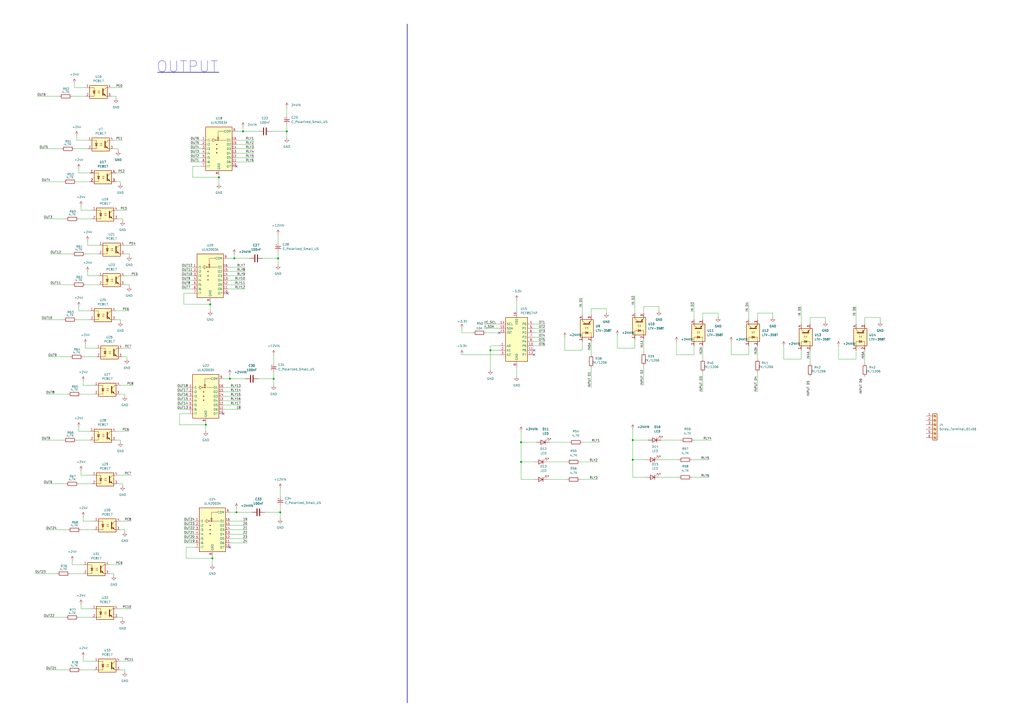
<source format=kicad_sch>
(kicad_sch (version 20250114) (generator "eeschema") (generator_version "9.0")
  (paper "A2")
  (text "OUTPUT\n" (at 108.712 38.862 0) (effects (font (size 6.35 6.35))))
  (junction (at 135.89 149.86))
  (junction (at 367.03 255.27))
  (junction (at 119.38 246.38))
  (junction (at 367.03 266.7))
  (junction (at 166.37 76.2))
  (junction (at 161.29 149.86))
  (junction (at 133.35 219.71))
  (junction (at 302.26 256.54))
  (junction (at 302.26 267.97))
  (junction (at 121.92 176.53))
  (junction (at 123.19 323.85))
  (junction (at 140.97 76.2))
  (junction (at 137.16 297.18))
  (junction (at 284.48 203.2))
  (junction (at 127 102.87))
  (junction (at 162.56 297.18))
  (junction (at 158.75 219.71))
  (no_connect (at 309.88 205.74))
  (no_connect (at 289.56 193.04))
  (no_connect (at 137.16 96.52))
  (no_connect (at 129.54 240.03))
  (no_connect (at 133.35 317.5))
  (no_connect (at 309.88 203.2))
  (no_connect (at 132.08 170.18))
  (wire (pts (xy 72.39 142.24) (xy 78.74 142.24)))
  (wire (pts (xy 137.16 294.64) (xy 137.16 297.18)))
  (wire (pts (xy 132.08 149.86) (xy 135.89 149.86)))
  (wire (pts (xy 129.54 237.49) (xy 139.7 237.49)))
  (wire (pts (xy 64.77 55.88) (xy 67.31 55.88)))
  (wire (pts (xy 132.08 160.02) (xy 142.24 160.02)))
  (wire (pts (xy 20.32 332.74) (xy 33.02 332.74)))
  (wire (pts (xy 501.65 184.15) (xy 510.54 184.15)))
  (wire (pts (xy 161.29 135.89) (xy 161.29 140.97)))
  (wire (pts (xy 129.54 232.41) (xy 139.7 232.41)))
  (wire (pts (xy 106.68 309.88) (xy 113.03 309.88)))
  (wire (pts (xy 157.48 76.2) (xy 166.37 76.2)))
  (wire (pts (xy 373.38 181.61) (xy 373.38 177.8)))
  (wire (pts (xy 129.54 219.71) (xy 133.35 219.71)))
  (wire (pts (xy 133.35 304.8) (xy 143.51 304.8)))
  (wire (pts (xy 140.97 76.2) (xy 149.86 76.2)))
  (wire (pts (xy 434.34 200.66) (xy 434.34 205.74)))
  (wire (pts (xy 66.04 332.74) (xy 66.04 334.01)))
  (wire (pts (xy 166.37 76.2) (xy 166.37 80.01)))
  (wire (pts (xy 133.35 309.88) (xy 143.51 309.88)))
  (wire (pts (xy 46.99 228.6) (xy 54.61 228.6)))
  (wire (pts (xy 133.35 219.71) (xy 142.24 219.71)))
  (wire (pts (xy 69.85 307.34) (xy 72.39 307.34)))
  (wire (pts (xy 133.35 302.26) (xy 143.51 302.26)))
  (wire (pts (xy 137.16 81.28) (xy 147.32 81.28)))
  (wire (pts (xy 302.26 250.19) (xy 302.26 256.54)))
  (wire (pts (xy 69.85 388.62) (xy 72.39 388.62)))
  (wire (pts (xy 133.35 314.96) (xy 143.51 314.96)))
  (wire (pts (xy 317.5 278.13) (xy 328.93 278.13)))
  (wire (pts (xy 129.54 227.33) (xy 139.7 227.33)))
  (wire (pts (xy 439.42 181.61) (xy 448.31 181.61)))
  (wire (pts (xy 302.26 278.13) (xy 309.88 278.13)))
  (wire (pts (xy 161.29 149.86) (xy 161.29 153.67)))
  (wire (pts (xy 309.88 198.12) (xy 316.23 198.12)))
  (wire (pts (xy 137.16 91.44) (xy 147.32 91.44)))
  (wire (pts (xy 66.04 86.36) (xy 68.58 86.36)))
  (wire (pts (xy 132.08 167.64) (xy 142.24 167.64)))
  (wire (pts (xy 127 102.87) (xy 127 106.68)))
  (wire (pts (xy 110.49 81.28) (xy 116.84 81.28)))
  (wire (pts (xy 267.97 205.74) (xy 289.56 205.74)))
  (wire (pts (xy 107.95 317.5) (xy 107.95 323.85)))
  (wire (pts (xy 110.49 83.82) (xy 116.84 83.82)))
  (wire (pts (xy 327.66 203.2) (xy 327.66 195.58)))
  (wire (pts (xy 309.88 193.04) (xy 316.23 193.04)))
  (wire (pts (xy 64.77 50.8) (xy 71.12 50.8)))
  (wire (pts (xy 26.67 307.34) (xy 39.37 307.34)))
  (wire (pts (xy 26.67 228.6) (xy 39.37 228.6)))
  (wire (pts (xy 284.48 203.2) (xy 289.56 203.2)))
  (wire (pts (xy 53.34 121.92) (xy 46.99 121.92)))
  (wire (pts (xy 52.07 250.19) (xy 45.72 250.19)))
  (wire (pts (xy 57.15 142.24) (xy 50.8 142.24)))
  (wire (pts (xy 302.26 256.54) (xy 311.15 256.54)))
  (wire (pts (xy 45.72 177.8) (xy 45.72 180.34)))
  (wire (pts (xy 337.82 172.72) (xy 337.82 182.88)))
  (wire (pts (xy 407.67 215.9) (xy 407.67 227.33)))
  (wire (pts (xy 72.39 165.1) (xy 74.93 165.1)))
  (wire (pts (xy 299.72 213.36) (xy 299.72 218.44)))
  (wire (pts (xy 133.35 217.17) (xy 133.35 219.71)))
  (wire (pts (xy 49.53 165.1) (xy 57.15 165.1)))
  (wire (pts (xy 280.67 190.5) (xy 289.56 190.5)))
  (wire (pts (xy 48.26 207.01) (xy 55.88 207.01)))
  (wire (pts (xy 116.84 96.52) (xy 111.76 96.52)))
  (wire (pts (xy 367.03 266.7) (xy 374.65 266.7)))
  (wire (pts (xy 152.4 149.86) (xy 161.29 149.86)))
  (wire (pts (xy 67.31 100.33) (xy 72.39 100.33)))
  (wire (pts (xy 382.27 266.7) (xy 393.7 266.7)))
  (wire (pts (xy 22.86 86.36) (xy 35.56 86.36)))
  (wire (pts (xy 46.99 307.34) (xy 54.61 307.34)))
  (wire (pts (xy 162.56 283.21) (xy 162.56 288.29)))
  (wire (pts (xy 41.91 325.12) (xy 41.91 327.66)))
  (wire (pts (xy 309.88 190.5) (xy 316.23 190.5)))
  (wire (pts (xy 66.04 81.28) (xy 71.12 81.28)))
  (wire (pts (xy 71.12 127) (xy 71.12 128.27)))
  (wire (pts (xy 24.13 255.27) (xy 36.83 255.27)))
  (wire (pts (xy 383.54 255.27) (xy 394.97 255.27)))
  (wire (pts (xy 67.31 250.19) (xy 74.93 250.19)))
  (wire (pts (xy 72.39 307.34) (xy 72.39 308.61)))
  (wire (pts (xy 44.45 78.74) (xy 44.45 81.28)))
  (wire (pts (xy 119.38 246.38) (xy 119.38 250.19)))
  (wire (pts (xy 439.42 215.9) (xy 439.42 227.33)))
  (wire (pts (xy 166.37 62.23) (xy 166.37 67.31)))
  (wire (pts (xy 337.82 198.12) (xy 337.82 203.2)))
  (wire (pts (xy 52.07 180.34) (xy 45.72 180.34)))
  (wire (pts (xy 336.55 278.13) (xy 346.71 278.13)))
  (wire (pts (xy 274.32 193.04) (xy 267.97 193.04)))
  (wire (pts (xy 416.56 181.61) (xy 416.56 184.15)))
  (wire (pts (xy 351.79 179.07) (xy 351.79 181.61)))
  (wire (pts (xy 106.68 304.8) (xy 113.03 304.8)))
  (wire (pts (xy 29.21 165.1) (xy 41.91 165.1)))
  (wire (pts (xy 48.26 381) (xy 48.26 383.54)))
  (wire (pts (xy 69.85 383.54) (xy 77.47 383.54)))
  (wire (pts (xy 486.41 208.28) (xy 486.41 200.66)))
  (wire (pts (xy 469.9 187.96) (xy 469.9 184.15)))
  (wire (pts (xy 48.26 327.66) (xy 41.91 327.66)))
  (wire (pts (xy 382.27 177.8) (xy 382.27 180.34)))
  (wire (pts (xy 72.39 147.32) (xy 74.93 147.32)))
  (wire (pts (xy 102.87 237.49) (xy 109.22 237.49)))
  (wire (pts (xy 105.41 154.94) (xy 111.76 154.94)))
  (wire (pts (xy 111.76 96.52) (xy 111.76 102.87)))
  (wire (pts (xy 123.19 323.85) (xy 123.19 327.66)))
  (wire (pts (xy 407.67 200.66) (xy 407.67 208.28)))
  (wire (pts (xy 158.75 215.9) (xy 158.75 219.71)))
  (wire (pts (xy 67.31 105.41) (xy 69.85 105.41)))
  (wire (pts (xy 132.08 154.94) (xy 142.24 154.94)))
  (wire (pts (xy 309.88 195.58) (xy 316.23 195.58)))
  (wire (pts (xy 69.85 255.27) (xy 69.85 256.54)))
  (wire (pts (xy 106.68 307.34) (xy 113.03 307.34)))
  (wire (pts (xy 105.41 162.56) (xy 111.76 162.56)))
  (wire (pts (xy 72.39 160.02) (xy 80.01 160.02)))
  (wire (pts (xy 69.85 228.6) (xy 72.39 228.6)))
  (wire (pts (xy 129.54 229.87) (xy 139.7 229.87)))
  (wire (pts (xy 367.03 248.92) (xy 367.03 255.27)))
  (wire (pts (xy 373.38 196.85) (xy 373.38 204.47)))
  (wire (pts (xy 469.9 203.2) (xy 469.9 210.82)))
  (wire (pts (xy 109.22 240.03) (xy 104.14 240.03)))
  (wire (pts (xy 166.37 72.39) (xy 166.37 76.2)))
  (wire (pts (xy 302.26 256.54) (xy 302.26 267.97)))
  (wire (pts (xy 48.26 220.98) (xy 48.26 223.52)))
  (wire (pts (xy 496.57 177.8) (xy 496.57 187.96)))
  (wire (pts (xy 106.68 302.26) (xy 113.03 302.26)))
  (wire (pts (xy 54.61 302.26) (xy 48.26 302.26)))
  (wire (pts (xy 137.16 297.18) (xy 146.05 297.18)))
  (wire (pts (xy 54.61 383.54) (xy 48.26 383.54)))
  (wire (pts (xy 280.67 187.96) (xy 289.56 187.96)))
  (wire (pts (xy 110.49 93.98) (xy 116.84 93.98)))
  (wire (pts (xy 501.65 203.2) (xy 501.65 210.82)))
  (wire (pts (xy 153.67 297.18) (xy 162.56 297.18)))
  (wire (pts (xy 402.59 200.66) (xy 402.59 205.74)))
  (wire (pts (xy 496.57 203.2) (xy 496.57 208.28)))
  (wire (pts (xy 105.41 160.02) (xy 111.76 160.02)))
  (wire (pts (xy 48.26 299.72) (xy 48.26 302.26)))
  (wire (pts (xy 342.9 182.88) (xy 342.9 179.07)))
  (wire (pts (xy 113.03 317.5) (xy 107.95 317.5)))
  (wire (pts (xy 162.56 293.37) (xy 162.56 297.18)))
  (wire (pts (xy 105.41 157.48) (xy 111.76 157.48)))
  (wire (pts (xy 26.67 388.62) (xy 39.37 388.62)))
  (wire (pts (xy 367.03 266.7) (xy 367.03 276.86)))
  (wire (pts (xy 317.5 267.97) (xy 328.93 267.97)))
  (wire (pts (xy 129.54 234.95) (xy 139.7 234.95)))
  (wire (pts (xy 45.72 280.67) (xy 53.34 280.67)))
  (wire (pts (xy 336.55 267.97) (xy 346.71 267.97)))
  (wire (pts (xy 45.72 97.79) (xy 45.72 100.33)))
  (wire (pts (xy 49.53 50.8) (xy 43.18 50.8)))
  (wire (pts (xy 45.72 247.65) (xy 45.72 250.19)))
  (wire (pts (xy 407.67 185.42) (xy 407.67 181.61)))
  (wire (pts (xy 121.92 175.26) (xy 121.92 176.53)))
  (wire (pts (xy 367.03 276.86) (xy 374.65 276.86)))
  (wire (pts (xy 342.9 179.07) (xy 351.79 179.07)))
  (wire (pts (xy 110.49 88.9) (xy 116.84 88.9)))
  (wire (pts (xy 106.68 170.18) (xy 106.68 176.53)))
  (wire (pts (xy 68.58 127) (xy 71.12 127)))
  (wire (pts (xy 67.31 55.88) (xy 67.31 57.15)))
  (wire (pts (xy 72.39 228.6) (xy 72.39 229.87)))
  (wire (pts (xy 137.16 76.2) (xy 140.97 76.2)))
  (wire (pts (xy 46.99 388.62) (xy 54.61 388.62)))
  (wire (pts (xy 69.85 105.41) (xy 69.85 106.68)))
  (wire (pts (xy 158.75 219.71) (xy 158.75 223.52)))
  (wire (pts (xy 72.39 388.62) (xy 72.39 389.89)))
  (wire (pts (xy 337.82 203.2) (xy 327.66 203.2)))
  (wire (pts (xy 140.97 73.66) (xy 140.97 76.2)))
  (wire (pts (xy 57.15 160.02) (xy 50.8 160.02)))
  (wire (pts (xy 464.82 208.28) (xy 454.66 208.28)))
  (wire (pts (xy 137.16 88.9) (xy 147.32 88.9)))
  (wire (pts (xy 368.3 201.93) (xy 358.14 201.93)))
  (wire (pts (xy 71.12 358.14) (xy 71.12 359.41)))
  (wire (pts (xy 50.8 157.48) (xy 50.8 160.02)))
  (wire (pts (xy 43.18 86.36) (xy 50.8 86.36)))
  (wire (pts (xy 309.88 187.96) (xy 316.23 187.96)))
  (wire (pts (xy 44.45 105.41) (xy 52.07 105.41)))
  (wire (pts (xy 27.94 207.01) (xy 40.64 207.01)))
  (wire (pts (xy 289.56 200.66) (xy 284.48 200.66)))
  (wire (pts (xy 127 101.6) (xy 127 102.87)))
  (wire (pts (xy 137.16 93.98) (xy 147.32 93.98)))
  (wire (pts (xy 50.8 139.7) (xy 50.8 142.24)))
  (wire (pts (xy 149.86 219.71) (xy 158.75 219.71)))
  (wire (pts (xy 439.42 185.42) (xy 439.42 181.61)))
  (wire (pts (xy 158.75 205.74) (xy 158.75 210.82)))
  (wire (pts (xy 102.87 234.95) (xy 109.22 234.95)))
  (wire (pts (xy 368.3 171.45) (xy 368.3 181.61)))
  (wire (pts (xy 68.58 86.36) (xy 68.58 87.63)))
  (wire (pts (xy 102.87 227.33) (xy 109.22 227.33)))
  (wire (pts (xy 104.14 240.03) (xy 104.14 246.38)))
  (wire (pts (xy 464.82 203.2) (xy 464.82 208.28)))
  (wire (pts (xy 439.42 200.66) (xy 439.42 208.28)))
  (wire (pts (xy 401.32 276.86) (xy 411.48 276.86)))
  (wire (pts (xy 129.54 224.79) (xy 139.7 224.79)))
  (wire (pts (xy 402.59 205.74) (xy 392.43 205.74)))
  (wire (pts (xy 46.99 350.52) (xy 46.99 353.06)))
  (wire (pts (xy 464.82 177.8) (xy 464.82 187.96)))
  (wire (pts (xy 478.79 184.15) (xy 478.79 186.69)))
  (wire (pts (xy 74.93 147.32) (xy 74.93 148.59)))
  (wire (pts (xy 496.57 208.28) (xy 486.41 208.28)))
  (wire (pts (xy 25.4 280.67) (xy 38.1 280.67)))
  (wire (pts (xy 373.38 177.8) (xy 382.27 177.8)))
  (wire (pts (xy 53.34 275.59) (xy 46.99 275.59)))
  (wire (pts (xy 45.72 358.14) (xy 53.34 358.14)))
  (wire (pts (xy 133.35 297.18) (xy 137.16 297.18)))
  (wire (pts (xy 110.49 91.44) (xy 116.84 91.44)))
  (wire (pts (xy 302.26 267.97) (xy 309.88 267.97)))
  (wire (pts (xy 309.88 200.66) (xy 316.23 200.66)))
  (wire (pts (xy 299.72 173.99) (xy 299.72 180.34)))
  (wire (pts (xy 105.41 167.64) (xy 111.76 167.64)))
  (wire (pts (xy 469.9 184.15) (xy 478.79 184.15)))
  (wire (pts (xy 367.03 255.27) (xy 375.92 255.27)))
  (wire (pts (xy 402.59 175.26) (xy 402.59 185.42)))
  (wire (pts (xy 73.66 207.01) (xy 73.66 208.28)))
  (wire (pts (xy 69.85 185.42) (xy 69.85 186.69)))
  (wire (pts (xy 368.3 196.85) (xy 368.3 201.93)))
  (wire (pts (xy 373.38 212.09) (xy 373.38 223.52)))
  (wire (pts (xy 132.08 162.56) (xy 142.24 162.56)))
  (wire (pts (xy 337.82 256.54) (xy 347.98 256.54)))
  (wire (pts (xy 71.12 201.93) (xy 76.2 201.93)))
  (wire (pts (xy 53.34 353.06) (xy 46.99 353.06)))
  (wire (pts (xy 40.64 332.74) (xy 48.26 332.74)))
  (wire (pts (xy 104.14 246.38) (xy 119.38 246.38)))
  (wire (pts (xy 68.58 358.14) (xy 71.12 358.14)))
  (wire (pts (xy 267.97 190.5) (xy 267.97 193.04)))
  (wire (pts (xy 382.27 276.86) (xy 393.7 276.86)))
  (wire (pts (xy 106.68 176.53) (xy 121.92 176.53)))
  (wire (pts (xy 284.48 200.66) (xy 284.48 203.2)))
  (wire (pts (xy 67.31 255.27) (xy 69.85 255.27)))
  (wire (pts (xy 135.89 147.32) (xy 135.89 149.86)))
  (wire (pts (xy 133.35 307.34) (xy 143.51 307.34)))
  (wire (pts (xy 54.61 223.52) (xy 48.26 223.52)))
  (wire (pts (xy 24.13 105.41) (xy 36.83 105.41)))
  (wire (pts (xy 121.92 176.53) (xy 121.92 180.34)))
  (wire (pts (xy 41.91 55.88) (xy 49.53 55.88)))
  (wire (pts (xy 401.32 266.7) (xy 411.48 266.7)))
  (wire (pts (xy 111.76 170.18) (xy 106.68 170.18)))
  (wire (pts (xy 510.54 184.15) (xy 510.54 186.69)))
  (wire (pts (xy 43.18 48.26) (xy 43.18 50.8)))
  (bus (pts (xy 236.22 13.97) (xy 236.22 407.67)))
  (wire (pts (xy 342.9 198.12) (xy 342.9 205.74)))
  (wire (pts (xy 424.18 205.74) (xy 424.18 198.12)))
  (wire (pts (xy 25.4 127) (xy 38.1 127)))
  (wire (pts (xy 102.87 229.87) (xy 109.22 229.87)))
  (wire (pts (xy 67.31 185.42) (xy 69.85 185.42)))
  (wire (pts (xy 119.38 245.11) (xy 119.38 246.38)))
  (wire (pts (xy 67.31 180.34) (xy 74.93 180.34)))
  (wire (pts (xy 407.67 181.61) (xy 416.56 181.61)))
  (wire (pts (xy 162.56 297.18) (xy 162.56 300.99)))
  (wire (pts (xy 123.19 322.58) (xy 123.19 323.85)))
  (wire (pts (xy 44.45 255.27) (xy 52.07 255.27)))
  (wire (pts (xy 69.85 302.26) (xy 76.2 302.26)))
  (wire (pts (xy 434.34 205.74) (xy 424.18 205.74)))
  (wire (pts (xy 68.58 353.06) (xy 76.2 353.06)))
  (wire (pts (xy 106.68 314.96) (xy 113.03 314.96)))
  (wire (pts (xy 367.03 255.27) (xy 367.03 266.7)))
  (wire (pts (xy 24.13 185.42) (xy 36.83 185.42)))
  (wire (pts (xy 102.87 232.41) (xy 109.22 232.41)))
  (wire (pts (xy 46.99 273.05) (xy 46.99 275.59)))
  (wire (pts (xy 63.5 327.66) (xy 71.12 327.66)))
  (wire (pts (xy 49.53 147.32) (xy 57.15 147.32)))
  (wire (pts (xy 74.93 165.1) (xy 74.93 166.37)))
  (wire (pts (xy 392.43 205.74) (xy 392.43 198.12)))
  (wire (pts (xy 133.35 312.42) (xy 143.51 312.42)))
  (wire (pts (xy 110.49 86.36) (xy 116.84 86.36)))
  (wire (pts (xy 21.59 55.88) (xy 34.29 55.88)))
  (wire (pts (xy 358.14 201.93) (xy 358.14 194.31)))
  (wire (pts (xy 434.34 175.26) (xy 434.34 185.42)))
  (wire (pts (xy 106.68 312.42) (xy 113.03 312.42)))
  (wire (pts (xy 137.16 83.82) (xy 147.32 83.82)))
  (wire (pts (xy 342.9 213.36) (xy 342.9 224.79)))
  (wire (pts (xy 29.21 147.32) (xy 41.91 147.32)))
  (wire (pts (xy 68.58 275.59) (xy 76.2 275.59)))
  (wire (pts (xy 68.58 121.92) (xy 73.66 121.92)))
  (wire (pts (xy 44.45 185.42) (xy 52.07 185.42)))
  (wire (pts (xy 402.59 255.27) (xy 412.75 255.27)))
  (wire (pts (xy 137.16 86.36) (xy 147.32 86.36)))
  (wire (pts (xy 50.8 81.28) (xy 44.45 81.28)))
  (wire (pts (xy 501.65 187.96) (xy 501.65 184.15)))
  (wire (pts (xy 132.08 157.48) (xy 142.24 157.48)))
  (wire (pts (xy 63.5 332.74) (xy 66.04 332.74)))
  (wire (pts (xy 49.53 199.39) (xy 49.53 201.93)))
  (wire (pts (xy 132.08 165.1) (xy 142.24 165.1)))
  (wire (pts (xy 71.12 280.67) (xy 71.12 281.94)))
  (wire (pts (xy 52.07 100.33) (xy 45.72 100.33)))
  (wire (pts (xy 102.87 224.79) (xy 109.22 224.79)))
  (wire (pts (xy 448.31 181.61) (xy 448.31 184.15)))
  (wire (pts (xy 281.94 193.04) (xy 289.56 193.04)))
  (wire (pts (xy 55.88 201.93) (xy 49.53 201.93)))
  (wire (pts (xy 25.4 358.14) (xy 38.1 358.14)))
  (wire (pts (xy 107.95 323.85) (xy 123.19 323.85)))
  (wire (pts (xy 161.29 146.05) (xy 161.29 149.86)))
  (wire (pts (xy 68.58 280.67) (xy 71.12 280.67)))
  (wire (pts (xy 284.48 203.2) (xy 284.48 214.63)))
  (wire (pts (xy 71.12 207.01) (xy 73.66 207.01)))
  (wire (pts (xy 318.77 256.54) (xy 330.2 256.54)))
  (wire (pts (xy 45.72 127) (xy 53.34 127)))
  (wire (pts (xy 111.76 102.87) (xy 127 102.87)))
  (bus (pts (xy 91.44 41.91) (xy 127 41.91)))
  (wire (pts (xy 105.41 165.1) (xy 111.76 165.1)))
  (wire (pts (xy 135.89 149.86) (xy 144.78 149.86)))
  (wire (pts (xy 69.85 223.52) (xy 77.47 223.52)))
  (wire (pts (xy 302.26 267.97) (xy 302.26 278.13)))
  (wire (pts (xy 454.66 208.28) (xy 454.66 200.66)))
  (wire (pts (xy 46.99 119.38) (xy 46.99 121.92)))
  (label "19" (at 143.51 302.26 180))
  (label "OUT9" (at 105.41 162.56 0))
  (label "PC8" (at 76.2 302.26 180))
  (label "OUT10" (at 24.13 185.42 0))
  (label "OUT23" (at 106.68 304.8 0))
  (label "PE7" (at 76.2 201.93 180))
  (label "INPUT D3" (at 407.67 227.33 90))
  (label "OUT9" (at 27.94 207.01 0))
  (label "PE8" (at 77.47 223.52 180))
  (label "IN1A" (at 373.38 201.93 90))
  (label "OUT11" (at 105.41 157.48 0))
  (label "OUT8" (at 26.67 228.6 0))
  (label "OUT5" (at 110.49 83.82 0))
  (label "II_SDA" (at 280.67 190.5 0))
  (label "OUT6" (at 25.4 280.67 0))
  (label "PC7" (at 76.2 275.59 180))
  (label "RLY3" (at 147.32 86.36 180))
  (label "PE0" (at 71.12 50.8 180))
  (label "IN3A" (at 439.42 205.74 90))
  (label "OUT5" (at 22.86 86.36 0))
  (label "IN D4" (at 434.34 175.26 270))
  (label "18" (at 139.7 237.49 180))
  (label "OUT10" (at 105.41 160.02 0))
  (label "RLY14" (at 139.7 227.33 180))
  (label "RLY13" (at 139.7 224.79 180))
  (label "OUT20" (at 106.68 312.42 0))
  (label "PC6" (at 74.93 250.19 180))
  (label "OUT8" (at 105.41 165.1 0))
  (label "IN D5" (at 464.82 177.8 270))
  (label "RLY1" (at 347.98 256.54 180))
  (label "IN D6" (at 496.57 177.8 270))
  (label "OT6" (at 316.23 200.66 180))
  (label "OUT14" (at 102.87 234.95 0))
  (label "RLY16" (at 139.7 232.41 180))
  (label "RLY2" (at 346.71 267.97 180))
  (label "RLY9" (at 142.24 160.02 180))
  (label "PE3" (at 73.66 121.92 180))
  (label "RLY6" (at 411.48 276.86 180))
  (label "IN4A" (at 469.9 208.28 90))
  (label "RLY5" (at 411.48 266.7 180))
  (label "PC10" (at 76.2 353.06 180))
  (label "RLY17" (at 139.7 234.95 180))
  (label "22" (at 143.51 309.88 180))
  (label "21" (at 143.51 307.34 180))
  (label "OUT1" (at 110.49 93.98 0))
  (label "PC9" (at 71.12 327.66 180))
  (label "OUT15" (at 102.87 232.41 0))
  (label "23" (at 143.51 312.42 180))
  (label "OUT22" (at 25.4 358.14 0))
  (label "IN D1" (at 337.82 172.72 270))
  (label "RLY7" (at 142.24 154.94 180))
  (label "OUT22" (at 106.68 307.34 0))
  (label "OUT21" (at 106.68 309.88 0))
  (label "OUT11" (at 29.21 165.1 0))
  (label "OUT12" (at 29.21 147.32 0))
  (label "IN5A" (at 501.65 208.28 90))
  (label "INPUT D4" (at 439.42 227.33 90))
  (label "OUT6" (at 21.59 55.88 0))
  (label "OT2" (at 316.23 190.5 180))
  (label "RLY1" (at 147.32 81.28 180))
  (label "RLY4" (at 147.32 88.9 180))
  (label "IN0A" (at 342.9 203.2 90))
  (label "OT5" (at 316.23 198.12 180))
  (label "OT4" (at 316.23 195.58 180))
  (label "RLY6" (at 147.32 93.98 180))
  (label "OUT21" (at 26.67 388.62 0))
  (label "IN2A" (at 407.67 205.74 90))
  (label "24" (at 143.51 314.96 180))
  (label "OUT24" (at 26.67 307.34 0))
  (label "OUT4" (at 110.49 86.36 0))
  (label "OUT24" (at 106.68 302.26 0))
  (label "OUT19" (at 106.68 314.96 0))
  (label "RLY12" (at 142.24 167.64 180))
  (label "OUT13" (at 102.87 237.49 0))
  (label "RLY8" (at 142.24 157.48 180))
  (label "PE1" (at 71.12 81.28 180))
  (label "OT3" (at 316.23 193.04 180))
  (label "INPUT D6" (at 500.38 228.6 90))
  (label "OUT3" (at 110.49 88.9 0))
  (label "PE2" (at 72.39 100.33 180))
  (label "INPUT D1" (at 342.9 224.79 90))
  (label "PE4" (at 78.74 142.24 180))
  (label "RLY2" (at 147.32 83.82 180))
  (label "OUT2" (at 110.49 91.44 0))
  (label "OT1" (at 316.23 187.96 180))
  (label "OUT7" (at 105.41 167.64 0))
  (label "IN D3" (at 402.59 175.26 270))
  (label "OUT16" (at 102.87 229.87 0))
  (label "PE6" (at 74.93 180.34 180))
  (label "OUT6" (at 110.49 81.28 0))
  (label "OUT9" (at 24.13 255.27 0))
  (label "IN D2" (at 368.3 171.45 270))
  (label "RLY10" (at 142.24 162.56 180))
  (label "RLY5" (at 147.32 91.44 180))
  (label "PE5" (at 80.01 160.02 180))
  (label "OUT17" (at 102.87 227.33 0))
  (label "INPUT D2" (at 373.38 223.52 90))
  (label "RLY4" (at 412.75 255.27 180))
  (label "IIC_SCL" (at 280.67 187.96 0))
  (label "OUT3" (at 25.4 127 0))
  (label "RLY11" (at 142.24 165.1 180))
  (label "INPUT D5" (at 469.9 229.87 90))
  (label "20" (at 143.51 304.8 180))
  (label "OUT12" (at 105.41 154.94 0))
  (label "OUT18" (at 102.87 224.79 0))
  (label "PC11" (at 77.47 383.54 180))
  (label "RLY15" (at 139.7 229.87 180))
  (label "OUT4" (at 24.13 105.41 0))
  (label "RLY3" (at 346.71 278.13 180))
  (label "OUT23" (at 20.32 332.74 0))
  (symbol (lib_id "power:GND") (at 158.75 223.52 0) (unit 1)
    (property "Reference" "#PWR0145" (effects (hide yes)))
    (property "Value" "GND" (at 158.75 228.6 0))
    (property "Description" "Power symbol creates a global label with name \"GND\" , ground" (effects (hide yes)))
  )
  (symbol (lib_id "Device:R") (at 334.01 256.54 90) (unit 1)
    (property "Reference" "R54" (at 334.01 250.19 90))
    (property "Value" "4.7K" (at 334.01 252.73 90))
    (property "Footprint" "Resistor_SMD:R_1206_3216Metric" (effects (hide yes)))
    (property "Description" "Resistor" (effects (hide yes)))
  )
  (symbol (lib_id "Transistor_Array:ULN2003A") (at 127 86.36 0) (unit 1)
    (property "Reference" "U18" (at 127 68.58 0))
    (property "Value" "ULN2003A" (at 127 71.12 0))
    (property "Footprint" "ULN2003ADE4:SOIC127P600X175-16N" (effects (hide yes)))
    (property "Datasheet" "http://www.ti.com/lit/ds/symlink/uln2003a.pdf" (effects (hide yes)))
    (property "Description" "High Voltage, High Current Darlington Transistor Arrays, SOIC16/SOIC16W/DIP16/TSSOP16" (effects (hide yes)))
  )
  (symbol (lib_id "power:VCC") (at 424.18 198.12 0) (unit 1)
    (property "Reference" "#PWR082" (effects (hide yes)))
    (property "Value" "+24VIN" (at 426.72 196.8499 0) (effects (justify left)))
    (property "Description" "Power symbol creates a global label with name \"VCC\"" (effects (hide yes)))
  )
  (symbol (lib_id "Isolator:LTV-358T") (at 370.84 189.23 90) (unit 1)
    (property "Reference" "U10" (at 375.92 187.9599 90) (effects (justify right)))
    (property "Value" "LTV-358T" (at 375.92 190.4999 90) (effects (justify right)))
    (property "Footprint" "Package_SO:SO-4_4.4x3.6mm_P2.54mm" (effects (hide yes)))
    (property "Datasheet" "http://optoelectronics.liteon.com/upload/download/DS70-2001-022/S_110_LTV-358T%2020140520.pdf" (effects (hide yes)))
    (property "Description" "DC Optocoupler, Vce 120V, CTR 50%, SO-4" (effects (hide yes)))
  )
  (symbol (lib_id "power:GND") (at 72.39 308.61 0) (unit 1)
    (property "Reference" "#PWR0131" (effects (hide yes)))
    (property "Value" "GND" (at 72.39 313.69 0))
    (property "Description" "Power symbol creates a global label with name \"GND\" , ground" (effects (hide yes)))
  )
  (symbol (lib_id "Isolator:PC817") (at 62.23 226.06 0) (unit 1)
    (property "Reference" "U27" (at 62.23 217.17 0))
    (property "Value" "PC817" (at 62.23 219.71 0))
    (property "Footprint" "Package_DIP:DIP-4_W7.62mm" (effects (hide yes)))
    (property "Datasheet" "http://www.soselectronic.cz/a_info/resource/d/pc817.pdf" (effects (hide yes)))
    (property "Description" "DC Optocoupler, Vce 35V, CTR 50-300%, DIP-4" (effects (hide yes)))
  )
  (symbol (lib_id "Isolator:PC817") (at 60.96 278.13 0) (unit 1)
    (property "Reference" "U29" (at 60.96 269.24 0))
    (property "Value" "PC817" (at 60.96 271.78 0))
    (property "Footprint" "Package_DIP:DIP-4_W7.62mm" (effects (hide yes)))
    (property "Datasheet" "http://www.soselectronic.cz/a_info/resource/d/pc817.pdf" (effects (hide yes)))
    (property "Description" "DC Optocoupler, Vce 35V, CTR 50-300%, DIP-4" (effects (hide yes)))
  )
  (symbol (lib_id "Transistor_Array:ULN2003A") (at 119.38 229.87 0) (unit 1)
    (property "Reference" "U22" (at 119.38 212.09 0))
    (property "Value" "ULN2003A" (at 119.38 214.63 0))
    (property "Footprint" "ULN2003ADE4:SOIC127P600X175-16N" (effects (hide yes)))
    (property "Datasheet" "http://www.ti.com/lit/ds/symlink/uln2003a.pdf" (effects (hide yes)))
    (property "Description" "High Voltage, High Current Darlington Transistor Arrays, SOIC16/SOIC16W/DIP16/TSSOP16" (effects (hide yes)))
  )
  (symbol (lib_id "Device:R") (at 43.18 307.34 90) (unit 1)
    (property "Reference" "R68" (at 43.434 303.022 90))
    (property "Value" "4.7K" (at 43.18 304.8 90))
    (property "Footprint" "Resistor_THT:R_Axial_DIN0614_L14.3mm_D5.7mm_P5.08mm_Vertical" (effects (hide yes)))
    (property "Description" "Resistor" (effects (hide yes)))
  )
  (symbol (lib_id "power:GND") (at 448.31 184.15 0) (unit 1)
    (property "Reference" "#PWR083" (effects (hide yes)))
    (property "Value" "GND" (at 448.31 189.23 0))
    (property "Description" "Power symbol creates a global label with name \"GND\" , ground" (effects (hide yes)))
  )
  (symbol (lib_id "power:GND") (at 119.38 250.19 0) (unit 1)
    (property "Reference" "#PWR0142" (effects (hide yes)))
    (property "Value" "GND" (at 119.38 255.27 0))
    (property "Description" "Power symbol creates a global label with name \"GND\" , ground" (effects (hide yes)))
  )
  (symbol (lib_id "Device:C_Polarized_Small_US") (at 158.75 213.36 0) (unit 1)
    (property "Reference" "C31" (at 161.29 211.6581 0) (effects (justify left)))
    (property "Value" "C_Polarized_Small_US" (at 161.29 214.1981 0) (effects (justify left)))
    (property "Footprint" "Capacitor_SMD:C_1825_4564Metric" (effects (hide yes)))
    (property "Description" "Polarized capacitor, small US symbol" (effects (hide yes)))
  )
  (symbol (lib_id "Isolator:LTV-358T") (at 436.88 193.04 90) (unit 1)
    (property "Reference" "U12" (at 441.96 191.7699 90) (effects (justify right)))
    (property "Value" "LTV-358T" (at 441.96 194.3099 90) (effects (justify right)))
    (property "Footprint" "Package_SO:SO-4_4.4x3.6mm_P2.54mm" (effects (hide yes)))
    (property "Datasheet" "http://optoelectronics.liteon.com/upload/download/DS70-2001-022/S_110_LTV-358T%2020140520.pdf" (effects (hide yes)))
    (property "Description" "DC Optocoupler, Vce 120V, CTR 50%, SO-4" (effects (hide yes)))
  )
  (symbol (lib_id "power:GND") (at 162.56 300.99 0) (unit 1)
    (property "Reference" "#PWR0153" (effects (hide yes)))
    (property "Value" "GND" (at 162.56 306.07 0))
    (property "Description" "Power symbol creates a global label with name \"GND\" , ground" (effects (hide yes)))
  )
  (symbol (lib_id "Device:R") (at 44.45 207.01 90) (unit 1)
    (property "Reference" "R64" (at 44.704 202.692 90))
    (property "Value" "4.7K" (at 44.45 204.47 90))
    (property "Footprint" "Resistor_THT:R_Axial_DIN0614_L14.3mm_D5.7mm_P5.08mm_Vertical" (effects (hide yes)))
    (property "Description" "Resistor" (effects (hide yes)))
  )
  (symbol (lib_id "Device:LED") (at 379.73 255.27 180) (unit 1)
    (property "Reference" "D16" (at 381.3175 247.65 0))
    (property "Value" "LED" (at 381.3175 250.19 0))
    (property "Footprint" "LED_SMD:LED_Cree-XP" (effects (hide yes)))
    (property "Description" "Light emitting diode" (effects (hide yes)))
    (property "Sim.Pins" "1=K 2=A" (effects (hide yes)))
  )
  (symbol (lib_id "power:+24V") (at 43.18 48.26 0) (unit 1)
    (property "Reference" "#PWR070" (effects (hide yes)))
    (property "Value" "+24V" (at 43.18 43.18 0))
    (property "Description" "Power symbol creates a global label with name \"+24V\"" (effects (hide yes)))
  )
  (symbol (lib_id "Isolator:LTV-358T") (at 499.11 195.58 90) (unit 1)
    (property "Reference" "U14" (at 504.19 194.3099 90) (effects (justify right)))
    (property "Value" "LTV-358T" (at 504.19 196.8499 90) (effects (justify right)))
    (property "Footprint" "Package_SO:SO-4_4.4x3.6mm_P2.54mm" (effects (hide yes)))
    (property "Datasheet" "http://optoelectronics.liteon.com/upload/download/DS70-2001-022/S_110_LTV-358T%2020140520.pdf" (effects (hide yes)))
    (property "Description" "DC Optocoupler, Vce 120V, CTR 50%, SO-4" (effects (hide yes)))
  )
  (symbol (lib_id "power:+12V") (at 162.56 283.21 0) (unit 1)
    (property "Reference" "#PWR0152" (effects (hide yes)))
    (property "Value" "+12VIN" (at 162.56 278.13 0))
    (property "Description" "Power symbol creates a global label with name \"+12V\"" (effects (hide yes)))
  )
  (symbol (lib_id "Device:LED") (at 378.46 266.7 180) (unit 1)
    (property "Reference" "D14" (at 380.0475 259.08 0))
    (property "Value" "LED" (at 380.0475 261.62 0))
    (property "Footprint" "LED_SMD:LED_Cree-XP" (effects (hide yes)))
    (property "Description" "Light emitting diode" (effects (hide yes)))
    (property "Sim.Pins" "1=K 2=A" (effects (hide yes)))
  )
  (symbol (lib_id "Device:R") (at 45.72 147.32 90) (unit 1)
    (property "Reference" "R61" (at 45.974 143.002 90))
    (property "Value" "4.7K" (at 45.72 144.78 90))
    (property "Footprint" "Resistor_THT:R_Axial_DIN0614_L14.3mm_D5.7mm_P5.08mm_Vertical" (effects (hide yes)))
    (property "Description" "Resistor" (effects (hide yes)))
  )
  (symbol (lib_id "Device:R") (at 332.74 278.13 90) (unit 1)
    (property "Reference" "R56" (at 332.74 271.78 90))
    (property "Value" "4.7K" (at 332.74 274.32 90))
    (property "Footprint" "Resistor_SMD:R_1206_3216Metric" (effects (hide yes)))
    (property "Description" "Resistor" (effects (hide yes)))
  )
  (symbol (lib_id "power:GND") (at 74.93 148.59 0) (unit 1)
    (property "Reference" "#PWR0124" (effects (hide yes)))
    (property "Value" "GND" (at 74.93 153.67 0))
    (property "Description" "Power symbol creates a global label with name \"GND\" , ground" (effects (hide yes)))
  )
  (symbol (lib_id "Device:R") (at 45.72 165.1 90) (unit 1)
    (property "Reference" "R62" (at 45.974 160.782 90))
    (property "Value" "4.7K" (at 45.72 162.56 90))
    (property "Footprint" "Resistor_THT:R_Axial_DIN0614_L14.3mm_D5.7mm_P5.08mm_Vertical" (effects (hide yes)))
    (property "Description" "Resistor" (effects (hide yes)))
  )
  (symbol (lib_id "Device:C") (at 146.05 219.71 90) (unit 1)
    (property "Reference" "C30" (at 146.05 212.09 90))
    (property "Value" "100nF" (at 146.05 214.63 90))
    (property "Footprint" "Capacitor_Tantalum_SMD:CP_EIA-3216-18_Kemet-A" (effects (hide yes)))
    (property "Description" "Unpolarized capacitor" (effects (hide yes)))
  )
  (symbol (lib_id "power:+24V") (at 48.26 299.72 0) (unit 1)
    (property "Reference" "#PWR097" (effects (hide yes)))
    (property "Value" "+24V" (at 48.26 294.64 0))
    (property "Description" "Power symbol creates a global label with name \"+24V\"" (effects (hide yes)))
  )
  (symbol (lib_id "Isolator:PC817") (at 64.77 162.56 0) (unit 1)
    (property "Reference" "U23" (at 64.77 153.67 0))
    (property "Value" "PC817" (at 64.77 156.21 0))
    (property "Footprint" "Package_DIP:DIP-4_W7.62mm" (effects (hide yes)))
    (property "Datasheet" "http://www.soselectronic.cz/a_info/resource/d/pc817.pdf" (effects (hide yes)))
    (property "Description" "DC Optocoupler, Vce 35V, CTR 50-300%, DIP-4" (effects (hide yes)))
  )
  (symbol (lib_id "Isolator:PC817") (at 59.69 182.88 0) (unit 1)
    (property "Reference" "U25" (at 59.69 173.99 0))
    (property "Value" "PC817" (at 59.69 176.53 0))
    (property "Footprint" "Package_DIP:DIP-4_W7.62mm" (effects (hide yes)))
    (property "Datasheet" "http://www.soselectronic.cz/a_info/resource/d/pc817.pdf" (effects (hide yes)))
    (property "Description" "DC Optocoupler, Vce 35V, CTR 50-300%, DIP-4" (effects (hide yes)))
  )
  (symbol (lib_id "Device:R") (at 439.42 212.09 0) (unit 1)
    (property "Reference" "R41" (at 443.738 210.566 0))
    (property "Value" "2K/1206" (at 444.246 212.852 0))
    (property "Footprint" "Resistor_SMD:R_1206_3216Metric" (effects (hide yes)))
    (property "Description" "Resistor" (effects (hide yes)))
  )
  (symbol (lib_id "Connector:Screw_Terminal_01x06") (at 542.29 246.38 0) (unit 1)
    (property "Reference" "J4" (at 544.83 246.3799 0) (effects (justify left)))
    (property "Value" "Screw_Terminal_01x06" (at 544.83 248.9199 0) (effects (justify left)))
    (property "Description" "Generic screw terminal, single row, 01x06, script generated (kicad-library-utils/schlib/autogen/connector/)" (effects (hide yes)))
  )
  (symbol (lib_id "Transistor_Array:ULN2003A") (at 123.19 307.34 0) (unit 1)
    (property "Reference" "U24" (at 123.19 289.56 0))
    (property "Value" "ULN2003A" (at 123.19 292.1 0))
    (property "Footprint" "ULN2003ADE4:SOIC127P600X175-16N" (effects (hide yes)))
    (property "Datasheet" "http://www.ti.com/lit/ds/symlink/uln2003a.pdf" (effects (hide yes)))
    (property "Description" "High Voltage, High Current Darlington Transistor Arrays, SOIC16/SOIC16W/DIP16/TSSOP16" (effects (hide yes)))
  )
  (symbol (lib_id "power:VCC") (at 392.43 198.12 0) (unit 1)
    (property "Reference" "#PWR080" (effects (hide yes)))
    (property "Value" "+24VIN" (at 394.97 196.8499 0) (effects (justify left)))
    (property "Description" "Power symbol creates a global label with name \"VCC\"" (effects (hide yes)))
  )
  (symbol (lib_id "Isolator:PC817") (at 60.96 355.6 0) (unit 1)
    (property "Reference" "U32" (at 60.96 346.71 0))
    (property "Value" "PC817" (at 60.96 349.25 0))
    (property "Footprint" "Package_DIP:DIP-4_W7.62mm" (effects (hide yes)))
    (property "Datasheet" "http://www.soselectronic.cz/a_info/resource/d/pc817.pdf" (effects (hide yes)))
    (property "Description" "DC Optocoupler, Vce 35V, CTR 50-300%, DIP-4" (effects (hide yes)))
  )
  (symbol (lib_id "Isolator:PC817") (at 62.23 386.08 0) (unit 1)
    (property "Reference" "U33" (at 62.23 377.19 0))
    (property "Value" "PC817" (at 62.23 379.73 0))
    (property "Footprint" "Package_DIP:DIP-4_W7.62mm" (effects (hide yes)))
    (property "Datasheet" "http://www.soselectronic.cz/a_info/resource/d/pc817.pdf" (effects (hide yes)))
    (property "Description" "DC Optocoupler, Vce 35V, CTR 50-300%, DIP-4" (effects (hide yes)))
  )
  (symbol (lib_id "power:+24V") (at 45.72 247.65 0) (unit 1)
    (property "Reference" "#PWR095" (effects (hide yes)))
    (property "Value" "+24V" (at 45.72 242.57 0))
    (property "Description" "Power symbol creates a global label with name \"+24V\"" (effects (hide yes)))
  )
  (symbol (lib_id "Device:R") (at 469.9 214.63 0) (unit 1)
    (property "Reference" "R42" (at 474.218 213.106 0))
    (property "Value" "2K/1206" (at 474.726 215.392 0))
    (property "Footprint" "Resistor_SMD:R_1206_3216Metric" (effects (hide yes)))
    (property "Description" "Resistor" (effects (hide yes)))
  )
  (symbol (lib_id "Device:R") (at 373.38 208.28 0) (unit 1)
    (property "Reference" "R39" (at 377.698 206.756 0))
    (property "Value" "2K/1206" (at 378.206 209.042 0))
    (property "Footprint" "Resistor_SMD:R_1206_3216Metric" (effects (hide yes)))
    (property "Description" "Resistor" (effects (hide yes)))
  )
  (symbol (lib_id "power:GND") (at 351.79 181.61 0) (unit 1)
    (property "Reference" "#PWR076" (effects (hide yes)))
    (property "Value" "GND" (at 351.79 186.69 0))
    (property "Description" "Power symbol creates a global label with name \"GND\" , ground" (effects (hide yes)))
  )
  (symbol (lib_id "Device:R") (at 501.65 214.63 0) (unit 1)
    (property "Reference" "R43" (at 505.968 213.106 0))
    (property "Value" "2K/1206" (at 506.476 215.392 0))
    (property "Footprint" "Resistor_SMD:R_1206_3216Metric" (effects (hide yes)))
    (property "Description" "Resistor" (effects (hide yes)))
  )
  (symbol (lib_id "Isolator:PC817") (at 59.69 102.87 0) (unit 1)
    (property "Reference" "U17" (at 59.69 93.98 0))
    (property "Value" "PC817" (at 59.69 96.52 0))
    (property "Footprint" "Package_DIP:DIP-4_W7.62mm" (effects (hide yes)))
    (property "Datasheet" "http://www.soselectronic.cz/a_info/resource/d/pc817.pdf" (effects (hide yes)))
    (property "Description" "DC Optocoupler, Vce 35V, CTR 50-300%, DIP-4" (effects (hide yes)))
  )
  (symbol (lib_id "power:GND") (at 71.12 281.94 0) (unit 1)
    (property "Reference" "#PWR0130" (effects (hide yes)))
    (property "Value" "GND" (at 71.12 287.02 0))
    (property "Description" "Power symbol creates a global label with name \"GND\" , ground" (effects (hide yes)))
  )
  (symbol (lib_id "Device:R") (at 41.91 127 90) (unit 1)
    (property "Reference" "R60" (at 42.164 122.682 90))
    (property "Value" "4.7K" (at 41.91 124.46 90))
    (property "Footprint" "Resistor_THT:R_Axial_DIN0614_L14.3mm_D5.7mm_P5.08mm_Vertical" (effects (hide yes)))
    (property "Description" "Resistor" (effects (hide yes)))
  )
  (symbol (lib_id "Isolator:PC817") (at 55.88 330.2 0) (unit 1)
    (property "Reference" "U31" (at 55.88 321.31 0))
    (property "Value" "PC817" (at 55.88 323.85 0))
    (property "Footprint" "Package_DIP:DIP-4_W7.62mm" (effects (hide yes)))
    (property "Datasheet" "http://www.soselectronic.cz/a_info/resource/d/pc817.pdf" (effects (hide yes)))
    (property "Description" "DC Optocoupler, Vce 35V, CTR 50-300%, DIP-4" (effects (hide yes)))
  )
  (symbol (lib_id "Device:R") (at 278.13 193.04 90) (unit 1)
    (property "Reference" "R50" (at 278.384 187.706 90))
    (property "Value" "10K" (at 278.13 190.5 90))
    (property "Footprint" "Resistor_THT:R_Axial_DIN0614_L14.3mm_D5.7mm_P5.08mm_Vertical" (effects (hide yes)))
    (property "Description" "Resistor" (effects (hide yes)))
  )
  (symbol (lib_id "Device:R") (at 40.64 255.27 90) (unit 1)
    (property "Reference" "R66" (at 40.894 250.952 90))
    (property "Value" "4.7K" (at 40.64 252.73 90))
    (property "Footprint" "Resistor_THT:R_Axial_DIN0614_L14.3mm_D5.7mm_P5.08mm_Vertical" (effects (hide yes)))
    (property "Description" "Resistor" (effects (hide yes)))
  )
  (symbol (lib_id "Device:LED") (at 313.69 278.13 180) (unit 1)
    (property "Reference" "D13" (at 315.2775 270.51 0))
    (property "Value" "LED" (at 315.2775 273.05 0))
    (property "Footprint" "LED_SMD:LED_Cree-XP" (effects (hide yes)))
    (property "Description" "Light emitting diode" (effects (hide yes)))
    (property "Sim.Pins" "1=K 2=A" (effects (hide yes)))
  )
  (symbol (lib_id "Device:LED") (at 378.46 276.86 180) (unit 1)
    (property "Reference" "D15" (at 380.0475 269.24 0))
    (property "Value" "LED" (at 380.0475 271.78 0))
    (property "Footprint" "LED_SMD:LED_Cree-XP" (effects (hide yes)))
    (property "Description" "Light emitting diode" (effects (hide yes)))
    (property "Sim.Pins" "1=K 2=A" (effects (hide yes)))
  )
  (symbol (lib_id "Device:R") (at 41.91 358.14 90) (unit 1)
    (property "Reference" "R77" (at 42.164 353.822 90))
    (property "Value" "4.7K" (at 41.91 355.6 90))
    (property "Footprint" "Resistor_THT:R_Axial_DIN0614_L14.3mm_D5.7mm_P5.08mm_Vertical" (effects (hide yes)))
    (property "Description" "Resistor" (effects (hide yes)))
  )
  (symbol (lib_id "Device:R") (at 38.1 55.88 90) (unit 1)
    (property "Reference" "R52" (at 38.354 51.562 90))
    (property "Value" "4.7K" (at 38.1 53.34 90))
    (property "Footprint" "Resistor_THT:R_Axial_DIN0614_L14.3mm_D5.7mm_P5.08mm_Vertical" (effects (hide yes)))
    (property "Description" "Resistor" (effects (hide yes)))
  )
  (symbol (lib_id "power:GND") (at 123.19 327.66 0) (unit 1)
    (property "Reference" "#PWR0150" (effects (hide yes)))
    (property "Value" "GND" (at 123.19 332.74 0))
    (property "Description" "Power symbol creates a global label with name \"GND\" , ground" (effects (hide yes)))
  )
  (symbol (lib_id "power:+24V") (at 46.99 273.05 0) (unit 1)
    (property "Reference" "#PWR096" (effects (hide yes)))
    (property "Value" "+24V" (at 46.99 267.97 0))
    (property "Description" "Power symbol creates a global label with name \"+24V\"" (effects (hide yes)))
  )
  (symbol (lib_id "Device:R") (at 43.18 228.6 90) (unit 1)
    (property "Reference" "R65" (at 43.434 224.282 90))
    (property "Value" "4.7K" (at 43.18 226.06 90))
    (property "Footprint" "Resistor_THT:R_Axial_DIN0614_L14.3mm_D5.7mm_P5.08mm_Vertical" (effects (hide yes)))
    (property "Description" "Resistor" (effects (hide yes)))
  )
  (symbol (lib_id "power:GND") (at 72.39 229.87 0) (unit 1)
    (property "Reference" "#PWR0128" (effects (hide yes)))
    (property "Value" "GND" (at 72.39 234.95 0))
    (property "Description" "Power symbol creates a global label with name \"GND\" , ground" (effects (hide yes)))
  )
  (symbol (lib_id "power:GND") (at 69.85 186.69 0) (unit 1)
    (property "Reference" "#PWR0126" (effects (hide yes)))
    (property "Value" "GND" (at 69.85 191.77 0))
    (property "Description" "Power symbol creates a global label with name \"GND\" , ground" (effects (hide yes)))
  )
  (symbol (lib_id "power:+3.3V") (at 267.97 205.74 0) (unit 1)
    (property "Reference" "#PWR093" (effects (hide yes)))
    (property "Value" "+3.3V" (at 267.97 200.66 0))
    (property "Description" "Power symbol creates a global label with name \"+3.3V\"" (effects (hide yes)))
  )
  (symbol (lib_id "power:+24V") (at 46.99 350.52 0) (unit 1)
    (property "Reference" "#PWR099" (effects (hide yes)))
    (property "Value" "+24V" (at 46.99 345.44 0))
    (property "Description" "Power symbol creates a global label with name \"+24V\"" (effects (hide yes)))
  )
  (symbol (lib_id "power:GND") (at 121.92 180.34 0) (unit 1)
    (property "Reference" "#PWR0134" (effects (hide yes)))
    (property "Value" "GND" (at 121.92 185.42 0))
    (property "Description" "Power symbol creates a global label with name \"GND\" , ground" (effects (hide yes)))
  )
  (symbol (lib_id "Device:R") (at 397.51 276.86 90) (unit 1)
    (property "Reference" "R58" (at 397.51 270.51 90))
    (property "Value" "4.7K" (at 397.51 273.05 90))
    (property "Footprint" "Resistor_SMD:R_1206_3216Metric" (effects (hide yes)))
    (property "Description" "Resistor" (effects (hide yes)))
  )
  (symbol (lib_id "power:VCC") (at 454.66 200.66 0) (unit 1)
    (property "Reference" "#PWR084" (effects (hide yes)))
    (property "Value" "+24VIN" (at 457.2 199.3899 0) (effects (justify left)))
    (property "Description" "Power symbol creates a global label with name \"VCC\"" (effects (hide yes)))
  )
  (symbol (lib_id "power:+12V") (at 140.97 73.66 0) (unit 1)
    (property "Reference" "#PWR0116" (effects (hide yes)))
    (property "Value" "24VIN" (at 143.51 72.3899 0) (effects (justify left)))
    (property "Description" "Power symbol creates a global label with name \"+12V\"" (effects (hide yes)))
  )
  (symbol (lib_id "power:+12V") (at 367.03 248.92 0) (unit 1)
    (property "Reference" "#PWR0104" (effects (hide yes)))
    (property "Value" "+24VIN" (at 369.57 247.6499 0) (effects (justify left)))
    (property "Description" "Power symbol creates a global label with name \"+12V\"" (effects (hide yes)))
  )
  (symbol (lib_id "Isolator:PC817") (at 64.77 144.78 0) (unit 1)
    (property "Reference" "U21" (at 64.77 135.89 0))
    (property "Value" "PC817" (at 64.77 138.43 0))
    (property "Footprint" "Package_DIP:DIP-4_W7.62mm" (effects (hide yes)))
    (property "Datasheet" "http://www.soselectronic.cz/a_info/resource/d/pc817.pdf" (effects (hide yes)))
    (property "Description" "DC Optocoupler, Vce 35V, CTR 50-300%, DIP-4" (effects (hide yes)))
  )
  (symbol (lib_id "power:GND") (at 68.58 87.63 0) (unit 1)
    (property "Reference" "#PWR0120" (effects (hide yes)))
    (property "Value" "GND" (at 68.58 92.71 0))
    (property "Description" "Power symbol creates a global label with name \"GND\" , ground" (effects (hide yes)))
  )
  (symbol (lib_id "power:+24V") (at 46.99 119.38 0) (unit 1)
    (property "Reference" "#PWR072" (effects (hide yes)))
    (property "Value" "+24V" (at 46.99 114.3 0))
    (property "Description" "Power symbol creates a global label with name \"+24V\"" (effects (hide yes)))
  )
  (symbol (lib_id "Interface_Expansion:PCF8574P") (at 299.72 195.58 0) (unit 1)
    (property "Reference" "U15" (at 301.8633 179.07 0) (effects (justify left)))
    (property "Value" "PCF8574P" (at 301.8633 181.61 0) (effects (justify left)))
    (property "Footprint" "Package_DIP:DIP-16_W7.62mm" (effects (hide yes)))
    (property "Datasheet" "http://www.nxp.com/docs/en/data-sheet/PCF8574_PCF8574A.pdf" (effects (hide yes)))
    (property "Description" "8 Bit Port/Expander to I2C Bus, fixed address bits 0b0100, DIP-16" (effects (hide yes)))
  )
  (symbol (lib_id "Isolator:PC817") (at 63.5 204.47 0) (unit 1)
    (property "Reference" "U26" (at 63.5 195.58 0))
    (property "Value" "PC817" (at 63.5 198.12 0))
    (property "Footprint" "Package_DIP:DIP-4_W7.62mm" (effects (hide yes)))
    (property "Datasheet" "http://www.soselectronic.cz/a_info/resource/d/pc817.pdf" (effects (hide yes)))
    (property "Description" "DC Optocoupler, Vce 35V, CTR 50-300%, DIP-4" (effects (hide yes)))
  )
  (symbol (lib_id "power:GND") (at 67.31 57.15 0) (unit 1)
    (property "Reference" "#PWR0121" (effects (hide yes)))
    (property "Value" "GND" (at 67.31 62.23 0))
    (property "Description" "Power symbol creates a global label with name \"GND\" , ground" (effects (hide yes)))
  )
  (symbol (lib_id "power:GND") (at 71.12 128.27 0) (unit 1)
    (property "Reference" "#PWR0123" (effects (hide yes)))
    (property "Value" "GND" (at 71.12 133.35 0))
    (property "Description" "Power symbol creates a global label with name \"GND\" , ground" (effects (hide yes)))
  )
  (symbol (lib_id "Isolator:LTV-358T") (at 467.36 195.58 90) (unit 1)
    (property "Reference" "U13" (at 472.44 194.3099 90) (effects (justify right)))
    (property "Value" "LTV-358T" (at 472.44 196.8499 90) (effects (justify right)))
    (property "Footprint" "Package_SO:SO-4_4.4x3.6mm_P2.54mm" (effects (hide yes)))
    (property "Datasheet" "http://optoelectronics.liteon.com/upload/download/DS70-2001-022/S_110_LTV-358T%2020140520.pdf" (effects (hide yes)))
    (property "Description" "DC Optocoupler, Vce 120V, CTR 50%, SO-4" (effects (hide yes)))
  )
  (symbol (lib_id "Isolator:PC817") (at 57.15 53.34 0) (unit 1)
    (property "Reference" "U16" (at 57.15 44.45 0))
    (property "Value" "PC817" (at 57.15 46.99 0))
    (property "Footprint" "Package_DIP:DIP-4_W7.62mm" (effects (hide yes)))
    (property "Datasheet" "http://www.soselectronic.cz/a_info/resource/d/pc817.pdf" (effects (hide yes)))
    (property "Description" "DC Optocoupler, Vce 35V, CTR 50-300%, DIP-4" (effects (hide yes)))
  )
  (symbol (lib_id "Device:R") (at 332.74 267.97 90) (unit 1)
    (property "Reference" "R55" (at 332.74 261.62 90))
    (property "Value" "4.7K" (at 332.74 264.16 90))
    (property "Footprint" "Resistor_SMD:R_1206_3216Metric" (effects (hide yes)))
    (property "Description" "Resistor" (effects (hide yes)))
  )
  (symbol (lib_id "power:+3.3V") (at 299.72 173.99 0) (unit 1)
    (property "Reference" "#PWR089" (effects (hide yes)))
    (property "Value" "-3.3V" (at 299.72 168.91 0))
    (property "Description" "Power symbol creates a global label with name \"+3.3V\"" (effects (hide yes)))
  )
  (symbol (lib_id "power:GND") (at 510.54 186.69 0) (unit 1)
    (property "Reference" "#PWR087" (effects (hide yes)))
    (property "Value" "GND" (at 510.54 191.77 0))
    (property "Description" "Power symbol creates a global label with name \"GND\" , ground" (effects (hide yes)))
  )
  (symbol (lib_id "power:+12V") (at 166.37 62.23 0) (unit 1)
    (property "Reference" "#PWR0117" (effects (hide yes)))
    (property "Value" "24VIN" (at 168.91 60.9599 0) (effects (justify left)))
    (property "Description" "Power symbol creates a global label with name \"+12V\"" (effects (hide yes)))
  )
  (symbol (lib_id "Device:R") (at 407.67 212.09 0) (unit 1)
    (property "Reference" "R40" (at 411.988 210.566 0))
    (property "Value" "2K/1206" (at 412.496 212.852 0))
    (property "Footprint" "Resistor_SMD:R_1206_3216Metric" (effects (hide yes)))
    (property "Description" "Resistor" (effects (hide yes)))
  )
  (symbol (lib_id "power:GND") (at 66.04 334.01 0) (unit 1)
    (property "Reference" "#PWR0132" (effects (hide yes)))
    (property "Value" "GND" (at 66.04 339.09 0))
    (property "Description" "Power symbol creates a global label with name \"GND\" , ground" (effects (hide yes)))
  )
  (symbol (lib_id "power:GND") (at 416.56 184.15 0) (unit 1)
    (property "Reference" "#PWR081" (effects (hide yes)))
    (property "Value" "GND" (at 416.56 189.23 0))
    (property "Description" "Power symbol creates a global label with name \"GND\" , ground" (effects (hide yes)))
  )
  (symbol (lib_id "power:VCC") (at 486.41 200.66 0) (unit 1)
    (property "Reference" "#PWR086" (effects (hide yes)))
    (property "Value" "+24VIN" (at 488.95 199.3899 0) (effects (justify left)))
    (property "Description" "Power symbol creates a global label with name \"VCC\"" (effects (hide yes)))
  )
  (symbol (lib_id "power:+24V") (at 45.72 177.8 0) (unit 1)
    (property "Reference" "#PWR075" (effects (hide yes)))
    (property "Value" "+24V" (at 45.72 172.72 0))
    (property "Description" "Power symbol creates a global label with name \"+24V\"" (effects (hide yes)))
  )
  (symbol (lib_id "Transistor_Array:ULN2003A") (at 121.92 160.02 0) (unit 1)
    (property "Reference" "U20" (at 121.92 142.24 0))
    (property "Value" "ULN2003A" (at 121.92 144.78 0))
    (property "Footprint" "ULN2003ADE4:SOIC127P600X175-16N" (effects (hide yes)))
    (property "Datasheet" "http://www.ti.com/lit/ds/symlink/uln2003a.pdf" (effects (hide yes)))
    (property "Description" "High Voltage, High Current Darlington Transistor Arrays, SOIC16/SOIC16W/DIP16/TSSOP16" (effects (hide yes)))
  )
  (symbol (lib_id "power:GND") (at 161.29 153.67 0) (unit 1)
    (property "Reference" "#PWR0137" (effects (hide yes)))
    (property "Value" "GND" (at 161.29 158.75 0))
    (property "Description" "Power symbol creates a global label with name \"GND\" , ground" (effects (hide yes)))
  )
  (symbol (lib_id "power:+24V") (at 45.72 97.79 0) (unit 1)
    (property "Reference" "#PWR071" (effects (hide yes)))
    (property "Value" "+24V" (at 45.72 92.71 0))
    (property "Description" "Power symbol creates a global label with name \"+24V\"" (effects (hide yes)))
  )
  (symbol (lib_id "power:GND") (at 166.37 80.01 0) (unit 1)
    (property "Reference" "#PWR0118" (effects (hide yes)))
    (property "Value" "GND" (at 166.37 85.09 0))
    (property "Description" "Power symbol creates a global label with name \"GND\" , ground" (effects (hide yes)))
  )
  (symbol (lib_id "Device:R") (at 43.18 388.62 90) (unit 1)
    (property "Reference" "R78" (at 43.434 384.302 90))
    (property "Value" "4.7K" (at 43.18 386.08 90))
    (property "Footprint" "Resistor_THT:R_Axial_DIN0614_L14.3mm_D5.7mm_P5.08mm_Vertical" (effects (hide yes)))
    (property "Description" "Resistor" (effects (hide yes)))
  )
  (symbol (lib_id "power:+24V") (at 44.45 78.74 0) (unit 1)
    (property "Reference" "#PWR069" (effects (hide yes)))
    (property "Value" "+24V" (at 44.45 73.66 0))
    (property "Description" "Power symbol creates a global label with name \"+24V\"" (effects (hide yes)))
  )
  (symbol (lib_id "Device:C") (at 149.86 297.18 90) (unit 1)
    (property "Reference" "C33" (at 149.86 289.56 90))
    (property "Value" "100nF" (at 149.86 292.1 90))
    (property "Footprint" "Capacitor_Tantalum_SMD:CP_EIA-3216-18_Kemet-A" (effects (hide yes)))
    (property "Description" "Unpolarized capacitor" (effects (hide yes)))
  )
  (symbol (lib_id "power:GND") (at 284.48 214.63 0) (unit 1)
    (property "Reference" "#PWR091" (effects (hide yes)))
    (property "Value" "GND" (at 284.48 219.71 0))
    (property "Description" "Power symbol creates a global label with name \"GND\" , ground" (effects (hide yes)))
  )
  (symbol (lib_id "Device:C_Polarized_Small_US") (at 166.37 69.85 0) (unit 1)
    (property "Reference" "C23" (at 168.91 68.1481 0) (effects (justify left)))
    (property "Value" "C_Polarized_Small_US" (at 168.91 70.6881 0) (effects (justify left)))
    (property "Footprint" "Capacitor_SMD:C_1825_4564Metric" (effects (hide yes)))
    (property "Description" "Polarized capacitor, small US symbol" (effects (hide yes)))
  )
  (symbol (lib_id "Isolator:PC817") (at 60.96 124.46 0) (unit 1)
    (property "Reference" "U19" (at 60.96 115.57 0))
    (property "Value" "PC817" (at 60.96 118.11 0))
    (property "Footprint" "Package_DIP:DIP-4_W7.62mm" (effects (hide yes)))
    (property "Datasheet" "http://www.soselectronic.cz/a_info/resource/d/pc817.pdf" (effects (hide yes)))
    (property "Description" "DC Optocoupler, Vce 35V, CTR 50-300%, DIP-4" (effects (hide yes)))
  )
  (symbol (lib_id "Isolator:LTV-358T") (at 405.13 193.04 90) (unit 1)
    (property "Reference" "U11" (at 410.21 191.7699 90) (effects (justify right)))
    (property "Value" "LTV-358T" (at 410.21 194.3099 90) (effects (justify right)))
    (property "Footprint" "Package_SO:SO-4_4.4x3.6mm_P2.54mm" (effects (hide yes)))
    (property "Datasheet" "http://optoelectronics.liteon.com/upload/download/DS70-2001-022/S_110_LTV-358T%2020140520.pdf" (effects (hide yes)))
    (property "Description" "DC Optocoupler, Vce 120V, CTR 50%, SO-4" (effects (hide yes)))
  )
  (symbol (lib_id "Device:C") (at 153.67 76.2 90) (unit 1)
    (property "Reference" "C22" (at 153.67 68.58 90))
    (property "Value" "100nF" (at 153.67 71.12 90))
    (property "Footprint" "Capacitor_Tantalum_SMD:CP_EIA-3216-18_Kemet-A" (effects (hide yes)))
    (property "Description" "Unpolarized capacitor" (effects (hide yes)))
  )
  (symbol (lib_id "power:+24V") (at 50.8 157.48 0) (unit 1)
    (property "Reference" "#PWR074" (effects (hide yes)))
    (property "Value" "+24V" (at 50.8 152.4 0))
    (property "Description" "Power symbol creates a global label with name \"+24V\"" (effects (hide yes)))
  )
  (symbol (lib_id "power:GND") (at 127 106.68 0) (unit 1)
    (property "Reference" "#PWR0119" (effects (hide yes)))
    (property "Value" "GND" (at 127 111.76 0))
    (property "Description" "Power symbol creates a global label with name \"GND\" , ground" (effects (hide yes)))
  )
  (symbol (lib_id "Device:C") (at 148.59 149.86 90) (unit 1)
    (property "Reference" "C27" (at 148.59 142.24 90))
    (property "Value" "100nF" (at 148.59 144.78 90))
    (property "Footprint" "Capacitor_Tantalum_SMD:CP_EIA-3216-18_Kemet-A" (effects (hide yes)))
    (property "Description" "Unpolarized capacitor" (effects (hide yes)))
  )
  (symbol (lib_id "power:+12V") (at 161.29 135.89 0) (unit 1)
    (property "Reference" "#PWR0136" (effects (hide yes)))
    (property "Value" "+12VIN" (at 161.29 130.81 0))
    (property "Description" "Power symbol creates a global label with name \"+12V\"" (effects (hide yes)))
  )
  (symbol (lib_id "Device:R") (at 40.64 185.42 90) (unit 1)
    (property "Reference" "R63" (at 40.894 181.102 90))
    (property "Value" "4.7K" (at 40.64 182.88 90))
    (property "Footprint" "Resistor_THT:R_Axial_DIN0614_L14.3mm_D5.7mm_P5.08mm_Vertical" (effects (hide yes)))
    (property "Description" "Resistor" (effects (hide yes)))
  )
  (symbol (lib_id "power:+12V") (at 135.89 147.32 0) (unit 1)
    (property "Reference" "#PWR0135" (effects (hide yes)))
    (property "Value" "+24VIN" (at 138.43 146.0499 0) (effects (justify left)))
    (property "Description" "Power symbol creates a global label with name \"+12V\"" (effects (hide yes)))
  )
  (symbol (lib_id "power:GND") (at 74.93 166.37 0) (unit 1)
    (property "Reference" "#PWR0125" (effects (hide yes)))
    (property "Value" "GND" (at 74.93 171.45 0))
    (property "Description" "Power symbol creates a global label with name \"GND\" , ground" (effects (hide yes)))
  )
  (symbol (lib_id "Isolator:PC817") (at 62.23 304.8 0) (unit 1)
    (property "Reference" "U30" (at 62.23 295.91 0))
    (property "Value" "PC817" (at 62.23 298.45 0))
    (property "Footprint" "Package_DIP:DIP-4_W7.62mm" (effects (hide yes)))
    (property "Datasheet" "http://www.soselectronic.cz/a_info/resource/d/pc817.pdf" (effects (hide yes)))
    (property "Description" "DC Optocoupler, Vce 35V, CTR 50-300%, DIP-4" (effects (hide yes)))
  )
  (symbol (lib_id "Device:LED") (at 314.96 256.54 180) (unit 1)
    (property "Reference" "D11" (at 316.5475 248.92 0))
    (property "Value" "LED" (at 316.5475 251.46 0))
    (property "Footprint" "LED_SMD:LED_Cree-XP" (effects (hide yes)))
    (property "Description" "Light emitting diode" (effects (hide yes)))
    (property "Sim.Pins" "1=K 2=A" (effects (hide yes)))
  )
  (symbol (lib_id "power:+12V") (at 137.16 294.64 0) (unit 1)
    (property "Reference" "#PWR0151" (effects (hide yes)))
    (property "Value" "+24VIN" (at 139.7 293.3699 0) (effects (justify left)))
    (property "Description" "Power symbol creates a global label with name \"+12V\"" (effects (hide yes)))
  )
  (symbol (lib_id "Isolator:PC817") (at 59.69 252.73 0) (unit 1)
    (property "Reference" "U28" (at 59.69 243.84 0))
    (property "Value" "PC817" (at 59.69 246.38 0))
    (property "Footprint" "Package_DIP:DIP-4_W7.62mm" (effects (hide yes)))
    (property "Datasheet" "http://www.soselectronic.cz/a_info/resource/d/pc817.pdf" (effects (hide yes)))
    (property "Description" "DC Optocoupler, Vce 35V, CTR 50-300%, DIP-4" (effects (hide yes)))
  )
  (symbol (lib_id "Device:R") (at 342.9 209.55 0) (unit 1)
    (property "Reference" "R38" (at 347.218 208.026 0))
    (property "Value" "2K/1206" (at 347.726 210.312 0))
    (property "Footprint" "Resistor_SMD:R_1206_3216Metric" (effects (hide yes)))
    (property "Description" "Resistor" (effects (hide yes)))
  )
  (symbol (lib_id "Device:R") (at 39.37 86.36 90) (unit 1)
    (property "Reference" "R51" (at 39.624 82.042 90))
    (property "Value" "4.7K" (at 39.37 83.82 90))
    (property "Footprint" "Resistor_THT:R_Axial_DIN0614_L14.3mm_D5.7mm_P5.08mm_Vertical" (effects (hide yes)))
    (property "Description" "Resistor" (effects (hide yes)))
  )
  (symbol (lib_id "power:GND") (at 478.79 186.69 0) (unit 1)
    (property "Reference" "#PWR085" (effects (hide yes)))
    (property "Value" "GND" (at 478.79 191.77 0))
    (property "Description" "Power symbol creates a global label with name \"GND\" , ground" (effects (hide yes)))
  )
  (symbol (lib_id "power:+24V") (at 48.26 381 0) (unit 1)
    (property "Reference" "#PWR0100" (effects (hide yes)))
    (property "Value" "+24V" (at 48.26 375.92 0))
    (property "Description" "Power symbol creates a global label with name \"+24V\"" (effects (hide yes)))
  )
  (symbol (lib_id "Device:C_Polarized_Small_US") (at 161.29 143.51 0) (unit 1)
    (property "Reference" "C28" (at 163.83 141.8081 0) (effects (justify left)))
    (property "Value" "C_Polarized_Small_US" (at 163.83 144.3481 0) (effects (justify left)))
    (property "Footprint" "Capacitor_SMD:C_1825_4564Metric" (effects (hide yes)))
    (property "Description" "Polarized capacitor, small US symbol" (effects (hide yes)))
  )
  (symbol (lib_id "power:+24V") (at 49.53 199.39 0) (unit 1)
    (property "Reference" "#PWR088" (effects (hide yes)))
    (property "Value" "+24V" (at 49.53 194.31 0))
    (property "Description" "Power symbol creates a global label with name \"+24V\"" (effects (hide yes)))
  )
  (symbol (lib_id "power:GND") (at 69.85 106.68 0) (unit 1)
    (property "Reference" "#PWR0122" (effects (hide yes)))
    (property "Value" "GND" (at 69.85 111.76 0))
    (property "Description" "Power symbol creates a global label with name \"GND\" , ground" (effects (hide yes)))
  )
  (symbol (lib_id "power:GND") (at 382.27 180.34 0) (unit 1)
    (property "Reference" "#PWR079" (effects (hide yes)))
    (property "Value" "GND" (at 382.27 185.42 0))
    (property "Description" "Power symbol creates a global label with name \"GND\" , ground" (effects (hide yes)))
  )
  (symbol (lib_id "Device:R") (at 41.91 280.67 90) (unit 1)
    (property "Reference" "R67" (at 42.164 276.352 90))
    (property "Value" "4.7K" (at 41.91 278.13 90))
    (property "Footprint" "Resistor_THT:R_Axial_DIN0614_L14.3mm_D5.7mm_P5.08mm_Vertical" (effects (hide yes)))
    (property "Description" "Resistor" (effects (hide yes)))
  )
  (symbol (lib_id "power:+24V") (at 50.8 139.7 0) (unit 1)
    (property "Reference" "#PWR073" (effects (hide yes)))
    (property "Value" "+24V" (at 50.8 134.62 0))
    (property "Description" "Power symbol creates a global label with name \"+24V\"" (effects (hide yes)))
  )
  (symbol (lib_id "Device:R") (at 398.78 255.27 90) (unit 1)
    (property "Reference" "R59" (at 398.78 248.92 90))
    (property "Value" "4.7K" (at 398.78 251.46 90))
    (property "Footprint" "Resistor_SMD:R_1206_3216Metric" (effects (hide yes)))
    (property "Description" "Resistor" (effects (hide yes)))
  )
  (symbol (lib_id "Isolator:PC817") (at 58.42 83.82 0) (unit 1)
    (property "Reference" "U7" (at 58.42 74.93 0))
    (property "Value" "PC817" (at 58.42 77.47 0))
    (property "Footprint" "Package_DIP:DIP-4_W7.62mm" (effects (hide yes)))
    (property "Datasheet" "http://www.soselectronic.cz/a_info/resource/d/pc817.pdf" (effects (hide yes)))
    (property "Description" "DC Optocoupler, Vce 35V, CTR 50-300%, DIP-4" (effects (hide yes)))
  )
  (symbol (lib_id "power:+12V") (at 302.26 250.19 0) (unit 1)
    (property "Reference" "#PWR0103" (effects (hide yes)))
    (property "Value" "+24VIN" (at 304.8 248.9199 0) (effects (justify left)))
    (property "Description" "Power symbol creates a global label with name \"+12V\"" (effects (hide yes)))
  )
  (symbol (lib_id "power:+3.3V") (at 267.97 190.5 0) (unit 1)
    (property "Reference" "#PWR092" (effects (hide yes)))
    (property "Value" "+3.3V" (at 268.224 186.436 0))
    (property "Description" "Power symbol creates a global label with name \"+3.3V\"" (effects (hide yes)))
  )
  (symbol (lib_id "power:VCC") (at 327.66 195.58 0) (unit 1)
    (property "Reference" "#PWR077" (effects (hide yes)))
    (property "Value" "+24VIN" (at 330.2 194.3099 0) (effects (justify left)))
    (property "Description" "Power symbol creates a global label with name \"VCC\"" (effects (hide yes)))
  )
  (symbol (lib_id "Device:R") (at 36.83 332.74 90) (unit 1)
    (property "Reference" "R76" (at 37.084 328.422 90))
    (property "Value" "4.7K" (at 36.83 330.2 90))
    (property "Footprint" "Resistor_THT:R_Axial_DIN0614_L14.3mm_D5.7mm_P5.08mm_Vertical" (effects (hide yes)))
    (property "Description" "Resistor" (effects (hide yes)))
  )
  (symbol (lib_id "power:+12V") (at 133.35 217.17 0) (unit 1)
    (property "Reference" "#PWR0143" (effects (hide yes)))
    (property "Value" "+24VIN" (at 135.89 215.8999 0) (effects (justify left)))
    (property "Description" "Power symbol creates a global label with name \"+12V\"" (effects (hide yes)))
  )
  (symbol (lib_id "power:GND") (at 299.72 218.44 0) (unit 1)
    (property "Reference" "#PWR090" (effects (hide yes)))
    (property "Value" "GND" (at 299.72 223.52 0))
    (property "Description" "Power symbol creates a global label with name \"GND\" , ground" (effects (hide yes)))
  )
  (symbol (lib_id "power:GND") (at 73.66 208.28 0) (unit 1)
    (property "Reference" "#PWR0127" (effects (hide yes)))
    (property "Value" "GND" (at 73.66 213.36 0))
    (property "Description" "Power symbol creates a global label with name \"GND\" , ground" (effects (hide yes)))
  )
  (symbol (lib_id "power:+12V") (at 158.75 205.74 0) (unit 1)
    (property "Reference" "#PWR0144" (effects (hide yes)))
    (property "Value" "+12VIN" (at 158.75 200.66 0))
    (property "Description" "Power symbol creates a global label with name \"+12V\"" (effects (hide yes)))
  )
  (symbol (lib_id "Isolator:LTV-358T") (at 340.36 190.5 90) (unit 1)
    (property "Reference" "U9" (at 345.44 189.2299 90) (effects (justify right)))
    (property "Value" "LTV-358T" (at 345.44 191.7699 90) (effects (justify right)))
    (property "Footprint" "Package_SO:SO-4_4.4x3.6mm_P2.54mm" (effects (hide yes)))
    (property "Datasheet" "http://optoelectronics.liteon.com/upload/download/DS70-2001-022/S_110_LTV-358T%2020140520.pdf" (effects (hide yes)))
    (property "Description" "DC Optocoupler, Vce 120V, CTR 50%, SO-4" (effects (hide yes)))
  )
  (symbol (lib_id "power:VCC") (at 358.14 194.31 0) (unit 1)
    (property "Reference" "#PWR078" (effects (hide yes)))
    (property "Value" "+24VIN" (at 360.68 193.0399 0) (effects (justify left)))
    (property "Description" "Power symbol creates a global label with name \"VCC\"" (effects (hide yes)))
  )
  (symbol (lib_id "power:+24V") (at 41.91 325.12 0) (unit 1)
    (property "Reference" "#PWR098" (effects (hide yes)))
    (property "Value" "+24V" (at 41.91 320.04 0))
    (property "Description" "Power symbol creates a global label with name \"+24V\"" (effects (hide yes)))
  )
  (symbol (lib_id "power:GND") (at 69.85 256.54 0) (unit 1)
    (property "Reference" "#PWR0129" (effects (hide yes)))
    (property "Value" "GND" (at 69.85 261.62 0))
    (property "Description" "Power symbol creates a global label with name \"GND\" , ground" (effects (hide yes)))
  )
  (symbol (lib_id "power:+24V") (at 48.26 220.98 0) (unit 1)
    (property "Reference" "#PWR094" (effects (hide yes)))
    (property "Value" "+24V" (at 48.26 215.9 0))
    (property "Description" "Power symbol creates a global label with name \"+24V\"" (effects (hide yes)))
  )
  (symbol (lib_id "Device:C_Polarized_Small_US") (at 162.56 290.83 0) (unit 1)
    (property "Reference" "C34" (at 165.1 289.1281 0) (effects (justify left)))
    (property "Value" "C_Polarized_Small_US" (at 165.1 291.6681 0) (effects (justify left)))
    (property "Footprint" "Capacitor_SMD:C_1825_4564Metric" (effects (hide yes)))
    (property "Description" "Polarized capacitor, small US symbol" (effects (hide yes)))
  )
  (symbol (lib_id "power:GND") (at 71.12 359.41 0) (unit 1)
    (property "Reference" "#PWR0133" (effects (hide yes)))
    (property "Value" "GND" (at 71.12 364.49 0))
    (property "Description" "Power symbol creates a global label with name \"GND\" , ground" (effects (hide yes)))
  )
  (symbol (lib_id "Device:R") (at 397.51 266.7 90) (unit 1)
    (property "Reference" "R57" (at 397.51 260.35 90))
    (property "Value" "4.7K" (at 397.51 262.89 90))
    (property "Footprint" "Resistor_SMD:R_1206_3216Metric" (effects (hide yes)))
    (property "Description" "Resistor" (effects (hide yes)))
  )
  (symbol (lib_id "Device:LED") (at 313.69 267.97 180) (unit 1)
    (property "Reference" "D12" (at 315.2775 260.35 0))
    (property "Value" "LED" (at 315.2775 262.89 0))
    (property "Footprint" "LED_SMD:LED_Cree-XP" (effects (hide yes)))
    (property "Description" "Light emitting diode" (effects (hide yes)))
    (property "Sim.Pins" "1=K 2=A" (effects (hide yes)))
  )
  (symbol (lib_id "Device:R") (at 40.64 105.41 90) (unit 1)
    (property "Reference" "R53" (at 40.894 101.092 90))
    (property "Value" "4.7K" (at 40.64 102.87 90))
    (property "Footprint" "Resistor_THT:R_Axial_DIN0614_L14.3mm_D5.7mm_P5.08mm_Vertical" (effects (hide yes)))
    (property "Description" "Resistor" (effects (hide yes)))
  )
  (symbol (lib_id "power:GND") (at 72.39 389.89 0) (unit 1)
    (property "Reference" "#PWR0138" (effects (hide yes)))
    (property "Value" "GND" (at 72.39 394.97 0))
    (property "Description" "Power symbol creates a global label with name \"GND\" , ground" (effects (hide yes)))
  )
)
</source>
